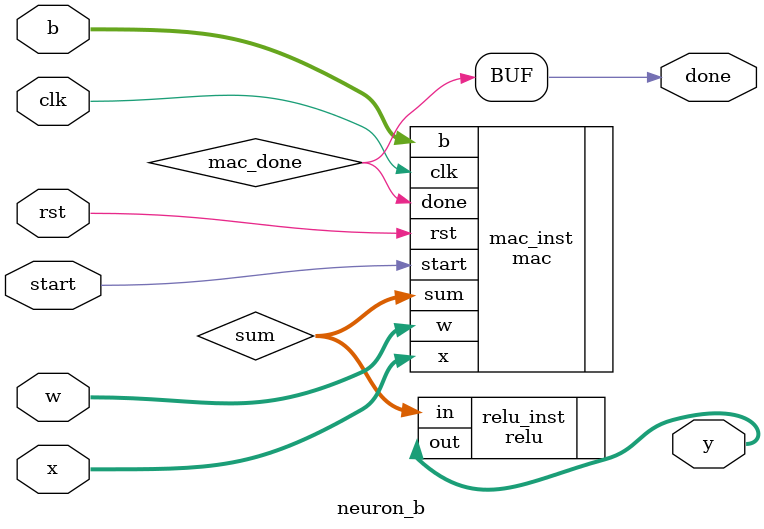
<source format=v>

module neuron_b #(parameter N=4, WIDTH=8) (
    input clk,                      // Clock signal
    input rst,                      // Synchronous reset
    input start,                    // Start signal
    input signed [N*WIDTH-1:0] x,   // Vector of N signed inputs
    input signed [N*WIDTH-1:0] w,   // Vector of N signed weights
    input signed [WIDTH-1:0] b,     // Signed bias
    output done,                    // Done signal from MAC
    output signed [2*WIDTH+1:0] y   // Output after ReLU activation
);

    wire signed [2*WIDTH+1:0] sum;
    wire mac_done;

    // Instantiate sequential MAC
    mac #(.N(N), .WIDTH(WIDTH)) mac_inst (
        .clk(clk),
        .rst(rst),
        .start(start),
        .x(x),
        .w(w),
        .b(b),
        .done(mac_done),
        .sum(sum)
    );

    // Instantiate ReLU (output width matches MAC output)
    relu #(.WIDTH(2*WIDTH+2)) relu_inst (
        .in(sum),
        .out(y)
    );

    // Pass done signal to top
    assign done = mac_done;

endmodule
</source>
